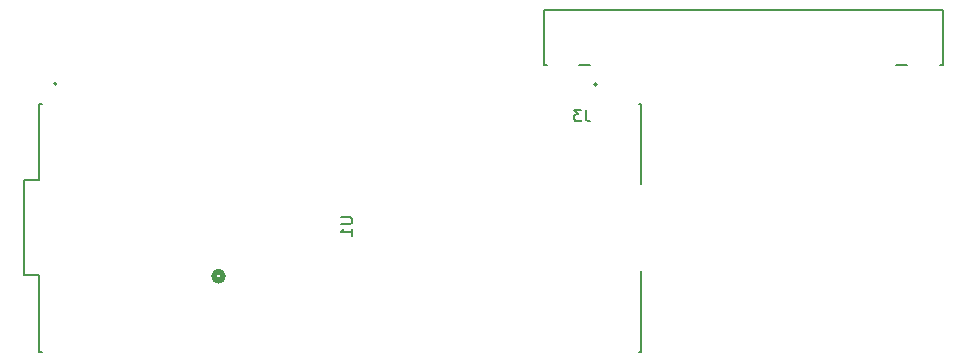
<source format=gbr>
%TF.GenerationSoftware,KiCad,Pcbnew,8.0.4*%
%TF.CreationDate,2025-03-13T09:59:00-07:00*%
%TF.ProjectId,keyboard_board,6b657962-6f61-4726-945f-626f6172642e,rev?*%
%TF.SameCoordinates,Original*%
%TF.FileFunction,Legend,Bot*%
%TF.FilePolarity,Positive*%
%FSLAX46Y46*%
G04 Gerber Fmt 4.6, Leading zero omitted, Abs format (unit mm)*
G04 Created by KiCad (PCBNEW 8.0.4) date 2025-03-13 09:59:00*
%MOMM*%
%LPD*%
G01*
G04 APERTURE LIST*
%ADD10C,0.150000*%
%ADD11C,0.508000*%
%ADD12C,0.127000*%
%ADD13C,0.200000*%
G04 APERTURE END LIST*
D10*
X205765819Y-94973095D02*
X206575342Y-94973095D01*
X206575342Y-94973095D02*
X206670580Y-95020714D01*
X206670580Y-95020714D02*
X206718200Y-95068333D01*
X206718200Y-95068333D02*
X206765819Y-95163571D01*
X206765819Y-95163571D02*
X206765819Y-95354047D01*
X206765819Y-95354047D02*
X206718200Y-95449285D01*
X206718200Y-95449285D02*
X206670580Y-95496904D01*
X206670580Y-95496904D02*
X206575342Y-95544523D01*
X206575342Y-95544523D02*
X205765819Y-95544523D01*
X206765819Y-96544523D02*
X206765819Y-95973095D01*
X206765819Y-96258809D02*
X205765819Y-96258809D01*
X205765819Y-96258809D02*
X205908676Y-96163571D01*
X205908676Y-96163571D02*
X206003914Y-96068333D01*
X206003914Y-96068333D02*
X206051533Y-95973095D01*
X226528833Y-85872319D02*
X226528833Y-86586604D01*
X226528833Y-86586604D02*
X226576452Y-86729461D01*
X226576452Y-86729461D02*
X226671690Y-86824700D01*
X226671690Y-86824700D02*
X226814547Y-86872319D01*
X226814547Y-86872319D02*
X226909785Y-86872319D01*
X226147880Y-85872319D02*
X225528833Y-85872319D01*
X225528833Y-85872319D02*
X225862166Y-86253271D01*
X225862166Y-86253271D02*
X225719309Y-86253271D01*
X225719309Y-86253271D02*
X225624071Y-86300890D01*
X225624071Y-86300890D02*
X225576452Y-86348509D01*
X225576452Y-86348509D02*
X225528833Y-86443747D01*
X225528833Y-86443747D02*
X225528833Y-86681842D01*
X225528833Y-86681842D02*
X225576452Y-86777080D01*
X225576452Y-86777080D02*
X225624071Y-86824700D01*
X225624071Y-86824700D02*
X225719309Y-86872319D01*
X225719309Y-86872319D02*
X226005023Y-86872319D01*
X226005023Y-86872319D02*
X226100261Y-86824700D01*
X226100261Y-86824700D02*
X226147880Y-86777080D01*
D11*
%TO.C,J4*%
X195802001Y-99969142D02*
G75*
G02*
X195040001Y-99969142I-381000J0D01*
G01*
X195040001Y-99969142D02*
G75*
G02*
X195802001Y-99969142I381000J0D01*
G01*
D12*
%TO.C,U1*%
X178936000Y-91860000D02*
X180236000Y-91860000D01*
X178936000Y-99860000D02*
X178936000Y-91860000D01*
X180236000Y-85360000D02*
X180486000Y-85360000D01*
X180236000Y-91860000D02*
X180236000Y-85360000D01*
X180236000Y-99860000D02*
X178936000Y-99860000D01*
X180236000Y-106360000D02*
X180236000Y-99860000D01*
X180486000Y-106360000D02*
X180236000Y-106360000D01*
X230986000Y-85360000D02*
X231236000Y-85360000D01*
X230986000Y-106360000D02*
X231236000Y-106360000D01*
X231236000Y-85360000D02*
X231236000Y-92200000D01*
X231236000Y-99520000D02*
X231236000Y-106360000D01*
D13*
X181706000Y-83670000D02*
G75*
G02*
X181506000Y-83670000I-100000J0D01*
G01*
X181506000Y-83670000D02*
G75*
G02*
X181706000Y-83670000I100000J0D01*
G01*
%TO.C,J3*%
X227448000Y-83750000D02*
G75*
G02*
X227248000Y-83750000I-100000J0D01*
G01*
X227248000Y-83750000D02*
G75*
G02*
X227448000Y-83750000I100000J0D01*
G01*
D12*
X222948000Y-77400000D02*
X256748000Y-77400000D01*
X256748000Y-77400000D02*
X256748000Y-82100000D01*
X256748000Y-82100000D02*
X256468000Y-82100000D01*
X253734500Y-82100000D02*
X252811500Y-82100000D01*
X226884500Y-82100000D02*
X225961500Y-82100000D01*
X222948000Y-82100000D02*
X222948000Y-77400000D01*
X223228000Y-82100000D02*
X222948000Y-82100000D01*
%TD*%
M02*

</source>
